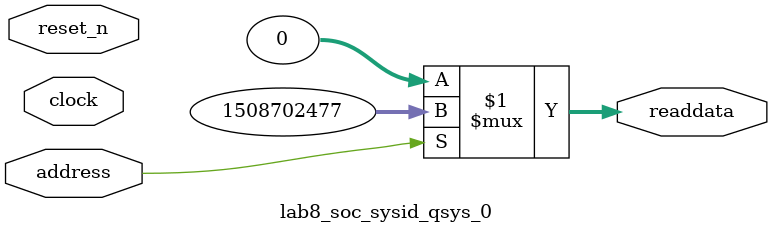
<source format=v>

`timescale 1ns / 1ps
// synthesis translate_on

// turn off superfluous verilog processor warnings 
// altera message_level Level1 
// altera message_off 10034 10035 10036 10037 10230 10240 10030 

module lab8_soc_sysid_qsys_0 (
               // inputs:
                address,
                clock,
                reset_n,

               // outputs:
                readdata
             )
;

  output  [ 31: 0] readdata;
  input            address;
  input            clock;
  input            reset_n;

  wire    [ 31: 0] readdata;
  //control_slave, which is an e_avalon_slave
  assign readdata = address ? 1508702477 : 0;

endmodule




</source>
